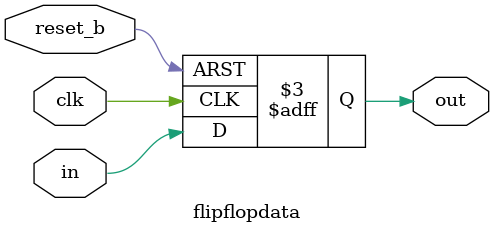
<source format=v>
`timescale 1ns / 1ps

module flipflopdata(
output reg out,input in,input reset_b,input clk);
 always @(posedge clk,negedge reset_b)
   if(reset_b == 0)
     out <=  1'b0;
   else 
     out <= in;
endmodule

</source>
